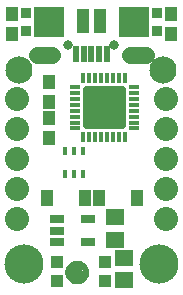
<source format=gbr>
G04 EAGLE Gerber RS-274X export*
G75*
%MOMM*%
%FSLAX34Y34*%
%LPD*%
%INSoldermask Top*%
%IPPOS*%
%AMOC8*
5,1,8,0,0,1.08239X$1,22.5*%
G01*
%ADD10C,2.301600*%
%ADD11C,1.101600*%
%ADD12C,0.500000*%
%ADD13R,1.601600X1.341600*%
%ADD14R,1.101600X1.176600*%
%ADD15R,0.901600X0.901600*%
%ADD16R,1.011600X1.321600*%
%ADD17C,3.317600*%
%ADD18C,0.801600*%
%ADD19R,2.514600X2.514600*%
%ADD20C,1.409600*%
%ADD21R,1.101600X2.101600*%
%ADD22R,0.500000X1.450000*%
%ADD23R,1.001600X1.001600*%
%ADD24C,0.468206*%
%ADD25R,0.350000X0.900000*%
%ADD26R,0.900000X0.350000*%
%ADD27R,0.451600X0.801600*%
%ADD28C,2.032000*%
%ADD29R,1.301600X0.651600*%


D10*
X-60960Y62230D03*
X60960Y62230D03*
D11*
X-12065Y-109220D03*
D12*
X-12065Y-101720D02*
X-12246Y-101722D01*
X-12427Y-101729D01*
X-12608Y-101740D01*
X-12789Y-101755D01*
X-12969Y-101775D01*
X-13149Y-101799D01*
X-13328Y-101827D01*
X-13506Y-101860D01*
X-13683Y-101897D01*
X-13860Y-101938D01*
X-14035Y-101983D01*
X-14210Y-102033D01*
X-14383Y-102087D01*
X-14554Y-102145D01*
X-14725Y-102207D01*
X-14893Y-102274D01*
X-15060Y-102344D01*
X-15226Y-102418D01*
X-15389Y-102497D01*
X-15550Y-102579D01*
X-15710Y-102665D01*
X-15867Y-102755D01*
X-16022Y-102849D01*
X-16175Y-102946D01*
X-16325Y-103048D01*
X-16473Y-103152D01*
X-16619Y-103261D01*
X-16761Y-103372D01*
X-16901Y-103488D01*
X-17038Y-103606D01*
X-17173Y-103728D01*
X-17304Y-103853D01*
X-17432Y-103981D01*
X-17557Y-104112D01*
X-17679Y-104247D01*
X-17797Y-104384D01*
X-17913Y-104524D01*
X-18024Y-104666D01*
X-18133Y-104812D01*
X-18237Y-104960D01*
X-18339Y-105110D01*
X-18436Y-105263D01*
X-18530Y-105418D01*
X-18620Y-105575D01*
X-18706Y-105735D01*
X-18788Y-105896D01*
X-18867Y-106059D01*
X-18941Y-106225D01*
X-19011Y-106392D01*
X-19078Y-106560D01*
X-19140Y-106731D01*
X-19198Y-106902D01*
X-19252Y-107075D01*
X-19302Y-107250D01*
X-19347Y-107425D01*
X-19388Y-107602D01*
X-19425Y-107779D01*
X-19458Y-107957D01*
X-19486Y-108136D01*
X-19510Y-108316D01*
X-19530Y-108496D01*
X-19545Y-108677D01*
X-19556Y-108858D01*
X-19563Y-109039D01*
X-19565Y-109220D01*
X-12065Y-101720D02*
X-11884Y-101722D01*
X-11703Y-101729D01*
X-11522Y-101740D01*
X-11341Y-101755D01*
X-11161Y-101775D01*
X-10981Y-101799D01*
X-10802Y-101827D01*
X-10624Y-101860D01*
X-10447Y-101897D01*
X-10270Y-101938D01*
X-10095Y-101983D01*
X-9920Y-102033D01*
X-9747Y-102087D01*
X-9576Y-102145D01*
X-9405Y-102207D01*
X-9237Y-102274D01*
X-9070Y-102344D01*
X-8904Y-102418D01*
X-8741Y-102497D01*
X-8580Y-102579D01*
X-8420Y-102665D01*
X-8263Y-102755D01*
X-8108Y-102849D01*
X-7955Y-102946D01*
X-7805Y-103048D01*
X-7657Y-103152D01*
X-7511Y-103261D01*
X-7369Y-103372D01*
X-7229Y-103488D01*
X-7092Y-103606D01*
X-6957Y-103728D01*
X-6826Y-103853D01*
X-6698Y-103981D01*
X-6573Y-104112D01*
X-6451Y-104247D01*
X-6333Y-104384D01*
X-6217Y-104524D01*
X-6106Y-104666D01*
X-5997Y-104812D01*
X-5893Y-104960D01*
X-5791Y-105110D01*
X-5694Y-105263D01*
X-5600Y-105418D01*
X-5510Y-105575D01*
X-5424Y-105735D01*
X-5342Y-105896D01*
X-5263Y-106059D01*
X-5189Y-106225D01*
X-5119Y-106392D01*
X-5052Y-106560D01*
X-4990Y-106731D01*
X-4932Y-106902D01*
X-4878Y-107075D01*
X-4828Y-107250D01*
X-4783Y-107425D01*
X-4742Y-107602D01*
X-4705Y-107779D01*
X-4672Y-107957D01*
X-4644Y-108136D01*
X-4620Y-108316D01*
X-4600Y-108496D01*
X-4585Y-108677D01*
X-4574Y-108858D01*
X-4567Y-109039D01*
X-4565Y-109220D01*
X-4567Y-109401D01*
X-4574Y-109582D01*
X-4585Y-109763D01*
X-4600Y-109944D01*
X-4620Y-110124D01*
X-4644Y-110304D01*
X-4672Y-110483D01*
X-4705Y-110661D01*
X-4742Y-110838D01*
X-4783Y-111015D01*
X-4828Y-111190D01*
X-4878Y-111365D01*
X-4932Y-111538D01*
X-4990Y-111709D01*
X-5052Y-111880D01*
X-5119Y-112048D01*
X-5189Y-112215D01*
X-5263Y-112381D01*
X-5342Y-112544D01*
X-5424Y-112705D01*
X-5510Y-112865D01*
X-5600Y-113022D01*
X-5694Y-113177D01*
X-5791Y-113330D01*
X-5893Y-113480D01*
X-5997Y-113628D01*
X-6106Y-113774D01*
X-6217Y-113916D01*
X-6333Y-114056D01*
X-6451Y-114193D01*
X-6573Y-114328D01*
X-6698Y-114459D01*
X-6826Y-114587D01*
X-6957Y-114712D01*
X-7092Y-114834D01*
X-7229Y-114952D01*
X-7369Y-115068D01*
X-7511Y-115179D01*
X-7657Y-115288D01*
X-7805Y-115392D01*
X-7955Y-115494D01*
X-8108Y-115591D01*
X-8263Y-115685D01*
X-8420Y-115775D01*
X-8580Y-115861D01*
X-8741Y-115943D01*
X-8904Y-116022D01*
X-9070Y-116096D01*
X-9237Y-116166D01*
X-9405Y-116233D01*
X-9576Y-116295D01*
X-9747Y-116353D01*
X-9920Y-116407D01*
X-10095Y-116457D01*
X-10270Y-116502D01*
X-10447Y-116543D01*
X-10624Y-116580D01*
X-10802Y-116613D01*
X-10981Y-116641D01*
X-11161Y-116665D01*
X-11341Y-116685D01*
X-11522Y-116700D01*
X-11703Y-116711D01*
X-11884Y-116718D01*
X-12065Y-116720D01*
X-12246Y-116718D01*
X-12427Y-116711D01*
X-12608Y-116700D01*
X-12789Y-116685D01*
X-12969Y-116665D01*
X-13149Y-116641D01*
X-13328Y-116613D01*
X-13506Y-116580D01*
X-13683Y-116543D01*
X-13860Y-116502D01*
X-14035Y-116457D01*
X-14210Y-116407D01*
X-14383Y-116353D01*
X-14554Y-116295D01*
X-14725Y-116233D01*
X-14893Y-116166D01*
X-15060Y-116096D01*
X-15226Y-116022D01*
X-15389Y-115943D01*
X-15550Y-115861D01*
X-15710Y-115775D01*
X-15867Y-115685D01*
X-16022Y-115591D01*
X-16175Y-115494D01*
X-16325Y-115392D01*
X-16473Y-115288D01*
X-16619Y-115179D01*
X-16761Y-115068D01*
X-16901Y-114952D01*
X-17038Y-114834D01*
X-17173Y-114712D01*
X-17304Y-114587D01*
X-17432Y-114459D01*
X-17557Y-114328D01*
X-17679Y-114193D01*
X-17797Y-114056D01*
X-17913Y-113916D01*
X-18024Y-113774D01*
X-18133Y-113628D01*
X-18237Y-113480D01*
X-18339Y-113330D01*
X-18436Y-113177D01*
X-18530Y-113022D01*
X-18620Y-112865D01*
X-18706Y-112705D01*
X-18788Y-112544D01*
X-18867Y-112381D01*
X-18941Y-112215D01*
X-19011Y-112048D01*
X-19078Y-111880D01*
X-19140Y-111709D01*
X-19198Y-111538D01*
X-19252Y-111365D01*
X-19302Y-111190D01*
X-19347Y-111015D01*
X-19388Y-110838D01*
X-19425Y-110661D01*
X-19458Y-110483D01*
X-19486Y-110304D01*
X-19510Y-110124D01*
X-19530Y-109944D01*
X-19545Y-109763D01*
X-19556Y-109582D01*
X-19563Y-109401D01*
X-19565Y-109220D01*
D13*
X27305Y-96545D03*
X27305Y-115545D03*
D14*
X-67310Y110100D03*
X-67310Y93100D03*
D15*
X-55245Y95370D03*
X-55245Y110370D03*
D16*
X5977Y-46355D03*
X38727Y-46355D03*
X-5215Y-46355D03*
X-37965Y-46355D03*
D13*
X20320Y-62255D03*
X20320Y-81255D03*
D17*
X-57150Y-101600D03*
X57150Y-101600D03*
D18*
X19500Y83820D03*
X-19500Y83820D03*
D19*
X-36000Y102820D03*
X36000Y102820D03*
D20*
X33000Y74820D02*
X46080Y74820D01*
X-33000Y74820D02*
X-46080Y74820D01*
D21*
X7500Y103820D03*
X-7500Y103820D03*
D22*
X13000Y76070D03*
X6500Y76070D03*
X0Y76070D03*
X-6500Y76070D03*
X-13000Y76070D03*
D23*
X11610Y-100001D03*
X11610Y-116001D03*
X-29390Y-116001D03*
X-29390Y-100001D03*
D24*
X26386Y14661D02*
X26386Y45995D01*
X26386Y14661D02*
X-4948Y14661D01*
X-4948Y45995D01*
X26386Y45995D01*
X26386Y19109D02*
X-4948Y19109D01*
X-4948Y23557D02*
X26386Y23557D01*
X26386Y28005D02*
X-4948Y28005D01*
X-4948Y32453D02*
X26386Y32453D01*
X26386Y36901D02*
X-4948Y36901D01*
X-4948Y41349D02*
X26386Y41349D01*
X26386Y45797D02*
X-4948Y45797D01*
D25*
X-6781Y5328D03*
X-1781Y5328D03*
X3219Y5328D03*
X8219Y5328D03*
X13219Y5328D03*
X18219Y5328D03*
X23219Y5328D03*
X28219Y5328D03*
D26*
X35719Y12828D03*
X35719Y17828D03*
X35719Y22828D03*
X35719Y27828D03*
X35719Y32828D03*
X35719Y37828D03*
X35719Y42828D03*
X35719Y47828D03*
D25*
X28219Y55328D03*
X23219Y55328D03*
X18219Y55328D03*
X13219Y55328D03*
X8219Y55328D03*
X3219Y55328D03*
X-1781Y55328D03*
X-6781Y55328D03*
D26*
X-14281Y47828D03*
X-14281Y42828D03*
X-14281Y37828D03*
X-14281Y32828D03*
X-14281Y27828D03*
X-14281Y22828D03*
X-14281Y17828D03*
X-14281Y12828D03*
D27*
X-7537Y-6502D03*
X-15037Y-6502D03*
X-22537Y-6502D03*
X-22537Y-25502D03*
X-15037Y-25502D03*
X-7537Y-25502D03*
D28*
X-63246Y38100D03*
X-63246Y12700D03*
X-63246Y-12700D03*
X-63246Y-38100D03*
X-63246Y-63500D03*
X63500Y-63500D03*
X63500Y-38100D03*
X63500Y-12700D03*
X63500Y12700D03*
X63500Y38100D03*
D15*
X55245Y95370D03*
X55245Y110370D03*
D14*
X67310Y109846D03*
X67310Y92846D03*
X-35560Y21835D03*
X-35560Y4835D03*
D29*
X-28876Y-64160D03*
X-28876Y-73660D03*
X-28876Y-83160D03*
X-2874Y-83160D03*
X-2874Y-64160D03*
D14*
X-35560Y35315D03*
X-35560Y52315D03*
M02*

</source>
